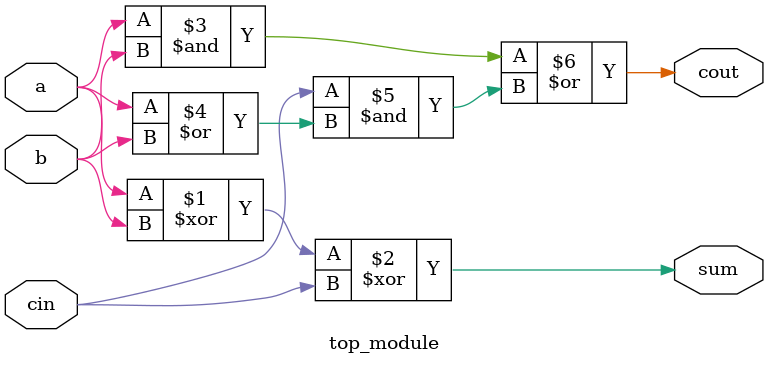
<source format=v>
module top_module( 
    input a, b, cin,
    output cout, sum );

    assign sum = a ^ b ^ cin;
    assign cout= (a & b) | (cin & (a | b));

endmodule
</source>
